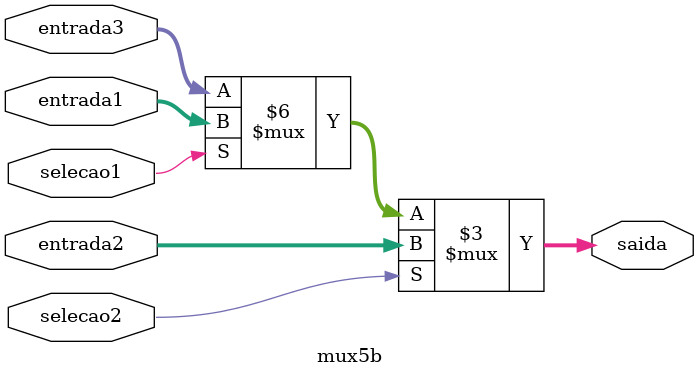
<source format=v>
module mux5b
#(parameter DATA_WIDTH=32, parameter ADDR_WIDTH=6, parameter A = 16'b0000000000000000, parameter B = 6'b000000)	
	(
	input [ADDR_WIDTH - 1:0] entrada1,
	input [ADDR_WIDTH - 1:0] entrada2,
	input [ADDR_WIDTH - 1:0] entrada3,
	output reg [ADDR_WIDTH - 1:0] saida,
	input selecao1,
	input selecao2);
	
	always @ (*)
	begin
		
		/* RT descrito pela instrucao */
		saida = entrada3;
		
		/* RD descrito pela instrucao */
		if (selecao1) saida = entrada1;
		/* RA, o ultimo registrador */
		if (selecao2) saida = entrada2;
	
	end
	
endmodule
</source>
